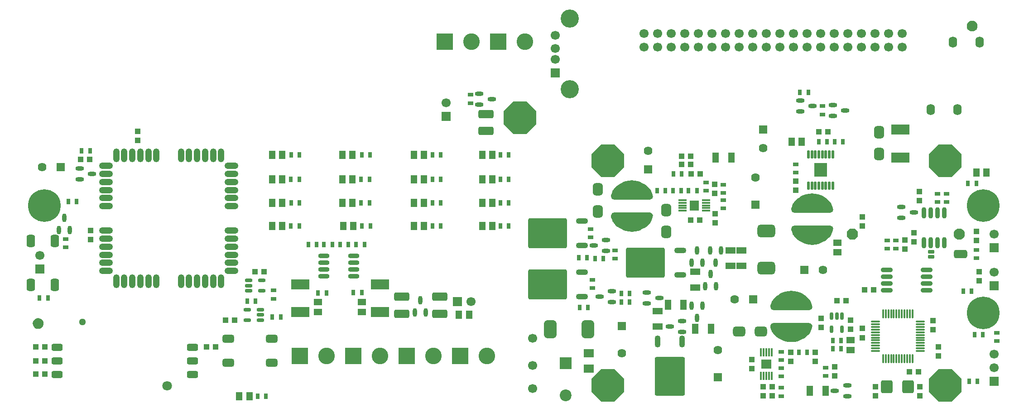
<source format=gts>
G04*
G04 #@! TF.GenerationSoftware,Altium Limited,Altium Designer,18.1.7 (191)*
G04*
G04 Layer_Color=8388736*
%FSLAX24Y24*%
%MOIN*%
G70*
G01*
G75*
G04:AMPARAMS|DCode=54|XSize=90.7mil|YSize=63.1mil|CornerRadius=17.8mil|HoleSize=0mil|Usage=FLASHONLY|Rotation=90.000|XOffset=0mil|YOffset=0mil|HoleType=Round|Shape=RoundedRectangle|*
%AMROUNDEDRECTD54*
21,1,0.0907,0.0276,0,0,90.0*
21,1,0.0551,0.0631,0,0,90.0*
1,1,0.0356,0.0138,0.0276*
1,1,0.0356,0.0138,-0.0276*
1,1,0.0356,-0.0138,-0.0276*
1,1,0.0356,-0.0138,0.0276*
%
%ADD54ROUNDEDRECTD54*%
%ADD55R,0.0394X0.0315*%
%ADD56O,0.0630X0.0320*%
%ADD57R,0.0453X0.0591*%
%ADD58R,0.0315X0.0394*%
%ADD59O,0.0839X0.0335*%
%ADD60R,0.0394X0.0433*%
%ADD61R,0.0433X0.0433*%
%ADD62R,0.0453X0.0728*%
%ADD63R,0.1378X0.0748*%
G04:AMPARAMS|DCode=64|XSize=90.6mil|YSize=72.8mil|CornerRadius=19.2mil|HoleSize=0mil|Usage=FLASHONLY|Rotation=270.000|XOffset=0mil|YOffset=0mil|HoleType=Round|Shape=RoundedRectangle|*
%AMROUNDEDRECTD64*
21,1,0.0906,0.0344,0,0,270.0*
21,1,0.0522,0.0728,0,0,270.0*
1,1,0.0384,-0.0172,-0.0261*
1,1,0.0384,-0.0172,0.0261*
1,1,0.0384,0.0172,0.0261*
1,1,0.0384,0.0172,-0.0261*
%
%ADD64ROUNDEDRECTD64*%
%ADD65R,0.0433X0.0394*%
%ADD66O,0.0320X0.0630*%
G04:AMPARAMS|DCode=67|XSize=114.2mil|YSize=63mil|CornerRadius=16.7mil|HoleSize=0mil|Usage=FLASHONLY|Rotation=0.000|XOffset=0mil|YOffset=0mil|HoleType=Round|Shape=RoundedRectangle|*
%AMROUNDEDRECTD67*
21,1,0.1142,0.0295,0,0,0.0*
21,1,0.0807,0.0630,0,0,0.0*
1,1,0.0335,0.0404,-0.0148*
1,1,0.0335,-0.0404,-0.0148*
1,1,0.0335,-0.0404,0.0148*
1,1,0.0335,0.0404,0.0148*
%
%ADD67ROUNDEDRECTD67*%
G04:AMPARAMS|DCode=68|XSize=86.6mil|YSize=59.1mil|CornerRadius=15.7mil|HoleSize=0mil|Usage=FLASHONLY|Rotation=0.000|XOffset=0mil|YOffset=0mil|HoleType=Round|Shape=RoundedRectangle|*
%AMROUNDEDRECTD68*
21,1,0.0866,0.0276,0,0,0.0*
21,1,0.0551,0.0591,0,0,0.0*
1,1,0.0315,0.0276,-0.0138*
1,1,0.0315,-0.0276,-0.0138*
1,1,0.0315,-0.0276,0.0138*
1,1,0.0315,0.0276,0.0138*
%
%ADD68ROUNDEDRECTD68*%
%ADD69O,0.0571X0.0276*%
%ADD70O,0.1024X0.0472*%
%ADD71O,0.0472X0.1024*%
%ADD72R,0.0492X0.0610*%
%ADD73R,0.0610X0.0492*%
%ADD74R,0.0945X0.1004*%
%ADD75O,0.0217X0.0630*%
G04:AMPARAMS|DCode=76|XSize=131.9mil|YSize=94.5mil|CornerRadius=24.6mil|HoleSize=0mil|Usage=FLASHONLY|Rotation=180.000|XOffset=0mil|YOffset=0mil|HoleType=Round|Shape=RoundedRectangle|*
%AMROUNDEDRECTD76*
21,1,0.1319,0.0453,0,0,180.0*
21,1,0.0827,0.0945,0,0,180.0*
1,1,0.0492,-0.0413,0.0226*
1,1,0.0492,0.0413,0.0226*
1,1,0.0492,0.0413,-0.0226*
1,1,0.0492,-0.0413,-0.0226*
%
%ADD76ROUNDEDRECTD76*%
%ADD77O,0.0889X0.0335*%
%ADD78O,0.0276X0.0571*%
G04:AMPARAMS|DCode=79|XSize=47.2mil|YSize=27.6mil|CornerRadius=7.9mil|HoleSize=0mil|Usage=FLASHONLY|Rotation=0.000|XOffset=0mil|YOffset=0mil|HoleType=Round|Shape=RoundedRectangle|*
%AMROUNDEDRECTD79*
21,1,0.0472,0.0118,0,0,0.0*
21,1,0.0315,0.0276,0,0,0.0*
1,1,0.0157,0.0157,-0.0059*
1,1,0.0157,-0.0157,-0.0059*
1,1,0.0157,-0.0157,0.0059*
1,1,0.0157,0.0157,0.0059*
%
%ADD79ROUNDEDRECTD79*%
G04:AMPARAMS|DCode=80|XSize=98.4mil|YSize=63mil|CornerRadius=16.7mil|HoleSize=0mil|Usage=FLASHONLY|Rotation=0.000|XOffset=0mil|YOffset=0mil|HoleType=Round|Shape=RoundedRectangle|*
%AMROUNDEDRECTD80*
21,1,0.0984,0.0295,0,0,0.0*
21,1,0.0650,0.0630,0,0,0.0*
1,1,0.0335,0.0325,-0.0148*
1,1,0.0335,-0.0325,-0.0148*
1,1,0.0335,-0.0325,0.0148*
1,1,0.0335,0.0325,0.0148*
%
%ADD80ROUNDEDRECTD80*%
%ADD81O,0.0335X0.0839*%
%ADD82O,0.0669X0.0157*%
%ADD83O,0.0157X0.0669*%
G04:AMPARAMS|DCode=84|XSize=94.5mil|YSize=86.6mil|CornerRadius=14.4mil|HoleSize=0mil|Usage=FLASHONLY|Rotation=90.000|XOffset=0mil|YOffset=0mil|HoleType=Round|Shape=RoundedRectangle|*
%AMROUNDEDRECTD84*
21,1,0.0945,0.0579,0,0,90.0*
21,1,0.0657,0.0866,0,0,90.0*
1,1,0.0287,0.0289,0.0329*
1,1,0.0287,0.0289,-0.0329*
1,1,0.0287,-0.0289,-0.0329*
1,1,0.0287,-0.0289,0.0329*
%
%ADD84ROUNDEDRECTD84*%
%ADD85R,0.0591X0.0453*%
%ADD86O,0.0886X0.0433*%
G04:AMPARAMS|DCode=87|XSize=283.5mil|YSize=222.4mil|CornerRadius=12.9mil|HoleSize=0mil|Usage=FLASHONLY|Rotation=180.000|XOffset=0mil|YOffset=0mil|HoleType=Round|Shape=RoundedRectangle|*
%AMROUNDEDRECTD87*
21,1,0.2835,0.1967,0,0,180.0*
21,1,0.2577,0.2224,0,0,180.0*
1,1,0.0258,-0.1288,0.0983*
1,1,0.0258,0.1288,0.0983*
1,1,0.0258,0.1288,-0.0983*
1,1,0.0258,-0.1288,-0.0983*
%
%ADD87ROUNDEDRECTD87*%
%ADD88O,0.0610X0.0157*%
%ADD89R,0.0650X0.0768*%
%ADD90R,0.0728X0.0453*%
G04:AMPARAMS|DCode=91|XSize=90.6mil|YSize=72.8mil|CornerRadius=19.2mil|HoleSize=0mil|Usage=FLASHONLY|Rotation=0.000|XOffset=0mil|YOffset=0mil|HoleType=Round|Shape=RoundedRectangle|*
%AMROUNDEDRECTD91*
21,1,0.0906,0.0344,0,0,0.0*
21,1,0.0522,0.0728,0,0,0.0*
1,1,0.0384,0.0261,-0.0172*
1,1,0.0384,-0.0261,-0.0172*
1,1,0.0384,-0.0261,0.0172*
1,1,0.0384,0.0261,0.0172*
%
%ADD91ROUNDEDRECTD91*%
%ADD92O,0.0157X0.0610*%
%ADD93R,0.0768X0.0650*%
%ADD94R,0.0748X0.0591*%
%ADD95O,0.0433X0.0886*%
G04:AMPARAMS|DCode=96|XSize=283.5mil|YSize=222.4mil|CornerRadius=12.9mil|HoleSize=0mil|Usage=FLASHONLY|Rotation=270.000|XOffset=0mil|YOffset=0mil|HoleType=Round|Shape=RoundedRectangle|*
%AMROUNDEDRECTD96*
21,1,0.2835,0.1967,0,0,270.0*
21,1,0.2577,0.2224,0,0,270.0*
1,1,0.0258,-0.0983,-0.1288*
1,1,0.0258,-0.0983,0.1288*
1,1,0.0258,0.0983,0.1288*
1,1,0.0258,0.0983,-0.1288*
%
%ADD96ROUNDEDRECTD96*%
G04:AMPARAMS|DCode=97|XSize=131.9mil|YSize=94.5mil|CornerRadius=24.6mil|HoleSize=0mil|Usage=FLASHONLY|Rotation=90.000|XOffset=0mil|YOffset=0mil|HoleType=Round|Shape=RoundedRectangle|*
%AMROUNDEDRECTD97*
21,1,0.1319,0.0453,0,0,90.0*
21,1,0.0827,0.0945,0,0,90.0*
1,1,0.0492,0.0226,0.0413*
1,1,0.0492,0.0226,-0.0413*
1,1,0.0492,-0.0226,-0.0413*
1,1,0.0492,-0.0226,0.0413*
%
%ADD97ROUNDEDRECTD97*%
G04:AMPARAMS|DCode=98|XSize=82.7mil|YSize=51.2mil|CornerRadius=13.8mil|HoleSize=0mil|Usage=FLASHONLY|Rotation=0.000|XOffset=0mil|YOffset=0mil|HoleType=Round|Shape=RoundedRectangle|*
%AMROUNDEDRECTD98*
21,1,0.0827,0.0236,0,0,0.0*
21,1,0.0551,0.0512,0,0,0.0*
1,1,0.0276,0.0276,-0.0118*
1,1,0.0276,-0.0276,-0.0118*
1,1,0.0276,-0.0276,0.0118*
1,1,0.0276,0.0276,0.0118*
%
%ADD98ROUNDEDRECTD98*%
%ADD99C,0.0512*%
%ADD100C,0.0669*%
%ADD101R,0.0669X0.0669*%
%ADD102C,0.1339*%
%ADD103O,0.0630X0.0827*%
%ADD104C,0.0639*%
%ADD105R,0.0639X0.0639*%
%ADD106C,0.1220*%
%ADD107R,0.1220X0.1220*%
%ADD108R,0.0639X0.0639*%
%ADD109C,0.0827*%
%ADD110P,0.0895X8X202.5*%
%ADD111R,0.0669X0.0669*%
%ADD112R,0.0866X0.0866*%
%ADD113C,0.0866*%
%ADD114C,0.0709*%
%ADD115P,0.2599X8X292.5*%
%ADD116C,0.2402*%
G36*
X78567Y47076D02*
X78663Y47037D01*
X78745Y46974D01*
X78808Y46891D01*
X78848Y46796D01*
X78862Y46693D01*
X78848Y46590D01*
X78808Y46494D01*
X78745Y46412D01*
X78663Y46349D01*
X78567Y46309D01*
X78465Y46296D01*
X78362Y46309D01*
X78266Y46349D01*
X78184Y46412D01*
X78121Y46494D01*
X78081Y46590D01*
X78067Y46693D01*
X78081Y46796D01*
X78121Y46891D01*
X78184Y46974D01*
X78266Y47037D01*
X78362Y47076D01*
X78465Y47090D01*
X78567Y47076D01*
D02*
G37*
G36*
X53650Y35316D02*
X53653Y35314D01*
X53656Y35315D01*
X53874Y35271D01*
X53877Y35269D01*
X53880Y35269D01*
X54091Y35196D01*
X54093Y35194D01*
X54096Y35194D01*
X54295Y35094D01*
X54297Y35092D01*
X54300Y35091D01*
X54484Y34965D01*
X54485Y34963D01*
X54488Y34962D01*
X54654Y34813D01*
X54655Y34811D01*
X54656Y34811D01*
X54658Y34808D01*
X54659Y34807D01*
X54661Y34806D01*
X54766Y34679D01*
X54767Y34676D01*
X54770Y34674D01*
X54854Y34532D01*
X54855Y34529D01*
X54857Y34526D01*
X54918Y34373D01*
X54918Y34372D01*
X54919Y34370D01*
X54961Y34236D01*
X54961Y34232D01*
X54963Y34228D01*
X54972Y34155D01*
X54969Y34147D01*
X54970Y34139D01*
X54952Y34068D01*
X54947Y34062D01*
X54945Y34054D01*
X54901Y33995D01*
X54894Y33990D01*
X54889Y33984D01*
X54827Y33944D01*
X54819Y33943D01*
X54812Y33938D01*
X54740Y33925D01*
X54736Y33926D01*
X54732Y33924D01*
X52126D01*
X52122Y33926D01*
X52118Y33925D01*
X52044Y33939D01*
X52037Y33943D01*
X52029Y33945D01*
X51965Y33985D01*
X51960Y33992D01*
X51953Y33996D01*
X51908Y34057D01*
X51906Y34065D01*
X51901Y34072D01*
X51882Y34145D01*
X51883Y34153D01*
X51881Y34161D01*
X51890Y34236D01*
X51892Y34240D01*
X51891Y34244D01*
X51932Y34373D01*
X51933Y34375D01*
X51933Y34377D01*
X51994Y34527D01*
X51996Y34530D01*
X51997Y34533D01*
X52080Y34673D01*
X52083Y34675D01*
X52084Y34679D01*
X52188Y34804D01*
X52189Y34804D01*
X52190Y34806D01*
X52194Y34811D01*
X52196Y34811D01*
X52196Y34813D01*
X52362Y34962D01*
X52365Y34963D01*
X52367Y34965D01*
X52551Y35091D01*
X52554Y35092D01*
X52555Y35094D01*
X52755Y35194D01*
X52758Y35194D01*
X52760Y35196D01*
X52970Y35269D01*
X52973Y35269D01*
X52976Y35271D01*
X53194Y35315D01*
X53197Y35314D01*
X53200Y35316D01*
X53422Y35331D01*
X53425Y35330D01*
X53428Y35331D01*
X53650Y35316D01*
D02*
G37*
G36*
X66918Y34351D02*
X66921Y34350D01*
X66924Y34350D01*
X67142Y34306D01*
X67145Y34304D01*
X67148Y34305D01*
X67358Y34232D01*
X67361Y34230D01*
X67364Y34230D01*
X67563Y34129D01*
X67565Y34127D01*
X67568Y34126D01*
X67752Y34001D01*
X67753Y33998D01*
X67756Y33997D01*
X67922Y33848D01*
X67922Y33847D01*
X67924Y33846D01*
X67926Y33844D01*
X67927Y33842D01*
X67928Y33841D01*
X68034Y33715D01*
X68035Y33711D01*
X68037Y33709D01*
X68122Y33568D01*
X68122Y33564D01*
X68125Y33562D01*
X68186Y33409D01*
X68186Y33407D01*
X68187Y33406D01*
X68229Y33272D01*
X68229Y33267D01*
X68231Y33264D01*
X68239Y33191D01*
X68237Y33183D01*
X68238Y33175D01*
X68219Y33104D01*
X68214Y33097D01*
X68212Y33089D01*
X68169Y33030D01*
X68162Y33026D01*
X68157Y33019D01*
X68095Y32980D01*
X68087Y32978D01*
X68080Y32974D01*
X68008Y32960D01*
X68004Y32961D01*
X68000Y32959D01*
X65394D01*
X65390Y32961D01*
X65386Y32960D01*
X65312Y32974D01*
X65305Y32979D01*
X65297Y32980D01*
X65233Y33021D01*
X65228Y33027D01*
X65221Y33032D01*
X65176Y33092D01*
X65174Y33100D01*
X65169Y33107D01*
X65150Y33180D01*
X65151Y33188D01*
X65149Y33196D01*
X65157Y33271D01*
X65160Y33275D01*
X65159Y33279D01*
X65200Y33409D01*
X65201Y33410D01*
X65201Y33412D01*
X65261Y33563D01*
X65264Y33565D01*
X65264Y33569D01*
X65348Y33708D01*
X65350Y33711D01*
X65351Y33714D01*
X65455Y33839D01*
X65457Y33840D01*
X65458Y33842D01*
X65462Y33846D01*
X65464Y33847D01*
X65464Y33848D01*
X65630Y33997D01*
X65633Y33998D01*
X65634Y34001D01*
X65818Y34126D01*
X65821Y34127D01*
X65823Y34129D01*
X66022Y34230D01*
X66025Y34230D01*
X66028Y34232D01*
X66238Y34305D01*
X66241Y34304D01*
X66244Y34306D01*
X66462Y34350D01*
X66465Y34350D01*
X66468Y34351D01*
X66690Y34366D01*
X66693Y34365D01*
X66696Y34366D01*
X66918Y34351D01*
D02*
G37*
G36*
X54728Y32964D02*
X54732Y32965D01*
X54806Y32951D01*
X54813Y32946D01*
X54821Y32945D01*
X54885Y32905D01*
X54890Y32898D01*
X54897Y32894D01*
X54942Y32833D01*
X54944Y32825D01*
X54949Y32818D01*
X54968Y32745D01*
X54967Y32737D01*
X54969Y32729D01*
X54961Y32654D01*
X54959Y32650D01*
X54959Y32646D01*
X54918Y32516D01*
X54917Y32515D01*
X54917Y32513D01*
X54857Y32362D01*
X54854Y32360D01*
X54854Y32356D01*
X54771Y32217D01*
X54768Y32215D01*
X54767Y32211D01*
X54663Y32086D01*
X54661Y32085D01*
X54661Y32084D01*
X54656Y32079D01*
X54655Y32078D01*
X54654Y32077D01*
X54488Y31928D01*
X54485Y31927D01*
X54484Y31924D01*
X54300Y31799D01*
X54297Y31798D01*
X54295Y31796D01*
X54096Y31696D01*
X54093Y31695D01*
X54091Y31693D01*
X53880Y31621D01*
X53877Y31621D01*
X53874Y31619D01*
X53656Y31575D01*
X53653Y31575D01*
X53650Y31574D01*
X53428Y31559D01*
X53425Y31560D01*
X53422Y31559D01*
X53200Y31574D01*
X53197Y31575D01*
X53194Y31575D01*
X52976Y31619D01*
X52973Y31621D01*
X52970Y31621D01*
X52760Y31693D01*
X52758Y31695D01*
X52755Y31696D01*
X52555Y31796D01*
X52554Y31798D01*
X52551Y31799D01*
X52367Y31924D01*
X52365Y31927D01*
X52362Y31928D01*
X52196Y32077D01*
X52196Y32078D01*
X52194Y32079D01*
X52192Y32081D01*
X52191Y32083D01*
X52190Y32084D01*
X52085Y32211D01*
X52084Y32214D01*
X52081Y32216D01*
X51996Y32357D01*
X51996Y32361D01*
X51993Y32364D01*
X51932Y32516D01*
X51932Y32518D01*
X51931Y32520D01*
X51889Y32654D01*
X51889Y32658D01*
X51887Y32661D01*
X51879Y32734D01*
X51881Y32742D01*
X51880Y32751D01*
X51899Y32822D01*
X51904Y32828D01*
X51906Y32836D01*
X51949Y32895D01*
X51956Y32900D01*
X51961Y32906D01*
X52023Y32945D01*
X52031Y32947D01*
X52038Y32951D01*
X52110Y32965D01*
X52114Y32964D01*
X52118Y32966D01*
X54724D01*
X54728Y32964D01*
D02*
G37*
G36*
X67996Y32000D02*
X68000Y32000D01*
X68074Y31986D01*
X68081Y31982D01*
X68089Y31980D01*
X68153Y31940D01*
X68158Y31933D01*
X68165Y31929D01*
X68210Y31868D01*
X68212Y31860D01*
X68217Y31854D01*
X68236Y31781D01*
X68235Y31772D01*
X68237Y31764D01*
X68228Y31689D01*
X68226Y31686D01*
X68227Y31681D01*
X68186Y31552D01*
X68185Y31551D01*
X68185Y31549D01*
X68125Y31398D01*
X68122Y31395D01*
X68122Y31392D01*
X68038Y31252D01*
X68035Y31250D01*
X68034Y31247D01*
X67930Y31122D01*
X67929Y31121D01*
X67928Y31119D01*
X67924Y31114D01*
X67922Y31114D01*
X67922Y31113D01*
X67756Y30963D01*
X67753Y30962D01*
X67752Y30960D01*
X67568Y30834D01*
X67565Y30834D01*
X67563Y30831D01*
X67364Y30731D01*
X67361Y30731D01*
X67358Y30729D01*
X67148Y30656D01*
X67145Y30656D01*
X67142Y30655D01*
X66924Y30610D01*
X66921Y30611D01*
X66918Y30610D01*
X66696Y30595D01*
X66693Y30596D01*
X66690Y30595D01*
X66468Y30610D01*
X66465Y30611D01*
X66462Y30610D01*
X66244Y30655D01*
X66241Y30656D01*
X66238Y30656D01*
X66028Y30729D01*
X66025Y30731D01*
X66022Y30731D01*
X65823Y30831D01*
X65821Y30834D01*
X65818Y30834D01*
X65634Y30960D01*
X65633Y30962D01*
X65630Y30963D01*
X65464Y31113D01*
X65463Y31114D01*
X65462Y31115D01*
X65460Y31117D01*
X65459Y31119D01*
X65458Y31119D01*
X65352Y31246D01*
X65351Y31249D01*
X65348Y31251D01*
X65264Y31393D01*
X65264Y31396D01*
X65261Y31399D01*
X65200Y31552D01*
X65200Y31554D01*
X65199Y31555D01*
X65157Y31689D01*
X65157Y31693D01*
X65155Y31697D01*
X65147Y31770D01*
X65149Y31778D01*
X65148Y31786D01*
X65166Y31857D01*
X65171Y31863D01*
X65173Y31871D01*
X65217Y31931D01*
X65224Y31935D01*
X65229Y31942D01*
X65291Y31981D01*
X65299Y31982D01*
X65306Y31987D01*
X65378Y32000D01*
X65382Y32000D01*
X65386Y32001D01*
X67992D01*
X67996Y32000D01*
D02*
G37*
G36*
X65383Y27186D02*
X65385Y27184D01*
X65388Y27185D01*
X65607Y27141D01*
X65609Y27139D01*
X65612Y27139D01*
X65823Y27066D01*
X65825Y27064D01*
X65828Y27064D01*
X66027Y26964D01*
X66029Y26962D01*
X66032Y26961D01*
X66216Y26835D01*
X66218Y26833D01*
X66221Y26832D01*
X66386Y26683D01*
X66387Y26681D01*
X66388Y26681D01*
X66391Y26678D01*
X66391Y26677D01*
X66393Y26676D01*
X66498Y26549D01*
X66499Y26546D01*
X66502Y26544D01*
X66586Y26402D01*
X66587Y26399D01*
X66589Y26396D01*
X66651Y26244D01*
X66651Y26242D01*
X66652Y26240D01*
X66694Y26106D01*
X66693Y26102D01*
X66695Y26098D01*
X66704Y26025D01*
X66702Y26017D01*
X66703Y26009D01*
X66684Y25938D01*
X66679Y25932D01*
X66677Y25924D01*
X66633Y25865D01*
X66626Y25860D01*
X66622Y25854D01*
X66560Y25814D01*
X66551Y25813D01*
X66545Y25809D01*
X66472Y25795D01*
X66468Y25796D01*
X66464Y25794D01*
X63859D01*
X63855Y25796D01*
X63851Y25795D01*
X63776Y25809D01*
X63769Y25813D01*
X63761Y25815D01*
X63697Y25855D01*
X63692Y25862D01*
X63685Y25866D01*
X63641Y25927D01*
X63639Y25935D01*
X63634Y25942D01*
X63614Y26015D01*
X63615Y26023D01*
X63613Y26031D01*
X63622Y26106D01*
X63624Y26110D01*
X63624Y26114D01*
X63664Y26243D01*
X63665Y26245D01*
X63665Y26247D01*
X63726Y26397D01*
X63728Y26400D01*
X63729Y26403D01*
X63812Y26543D01*
X63815Y26545D01*
X63816Y26549D01*
X63920Y26674D01*
X63921Y26674D01*
X63922Y26676D01*
X63927Y26681D01*
X63928Y26681D01*
X63929Y26683D01*
X64094Y26832D01*
X64097Y26833D01*
X64099Y26835D01*
X64283Y26961D01*
X64286Y26962D01*
X64288Y26964D01*
X64487Y27064D01*
X64490Y27064D01*
X64492Y27066D01*
X64703Y27139D01*
X64706Y27139D01*
X64708Y27141D01*
X64927Y27185D01*
X64930Y27184D01*
X64932Y27186D01*
X65155Y27201D01*
X65157Y27200D01*
X65160Y27201D01*
X65383Y27186D01*
D02*
G37*
G36*
X66460Y24834D02*
X66464Y24835D01*
X66539Y24821D01*
X66546Y24816D01*
X66554Y24815D01*
X66618Y24775D01*
X66622Y24768D01*
X66630Y24764D01*
X66674Y24703D01*
X66676Y24695D01*
X66681Y24688D01*
X66701Y24615D01*
X66699Y24607D01*
X66702Y24599D01*
X66693Y24524D01*
X66691Y24520D01*
X66691Y24516D01*
X66651Y24387D01*
X66650Y24385D01*
X66650Y24383D01*
X66589Y24232D01*
X66587Y24230D01*
X66586Y24226D01*
X66503Y24087D01*
X66500Y24085D01*
X66499Y24081D01*
X66395Y23956D01*
X66393Y23955D01*
X66393Y23954D01*
X66388Y23949D01*
X66387Y23949D01*
X66386Y23947D01*
X66221Y23798D01*
X66218Y23797D01*
X66216Y23795D01*
X66032Y23669D01*
X66029Y23668D01*
X66027Y23666D01*
X65828Y23566D01*
X65825Y23566D01*
X65823Y23564D01*
X65612Y23491D01*
X65609Y23491D01*
X65607Y23489D01*
X65388Y23445D01*
X65385Y23446D01*
X65383Y23444D01*
X65160Y23429D01*
X65157Y23430D01*
X65155Y23429D01*
X64932Y23444D01*
X64930Y23446D01*
X64927Y23445D01*
X64708Y23489D01*
X64706Y23491D01*
X64703Y23491D01*
X64492Y23564D01*
X64490Y23566D01*
X64487Y23566D01*
X64288Y23666D01*
X64286Y23668D01*
X64283Y23669D01*
X64099Y23795D01*
X64097Y23797D01*
X64094Y23798D01*
X63929Y23947D01*
X63928Y23949D01*
X63927Y23949D01*
X63924Y23952D01*
X63924Y23953D01*
X63922Y23954D01*
X63817Y24081D01*
X63816Y24084D01*
X63813Y24086D01*
X63729Y24228D01*
X63728Y24231D01*
X63726Y24234D01*
X63664Y24386D01*
X63664Y24388D01*
X63663Y24390D01*
X63621Y24524D01*
X63622Y24528D01*
X63620Y24532D01*
X63611Y24604D01*
X63613Y24612D01*
X63612Y24621D01*
X63631Y24692D01*
X63636Y24698D01*
X63638Y24706D01*
X63682Y24765D01*
X63689Y24770D01*
X63693Y24776D01*
X63755Y24815D01*
X63764Y24817D01*
X63770Y24821D01*
X63843Y24835D01*
X63847Y24834D01*
X63851Y24836D01*
X66456D01*
X66460Y24834D01*
D02*
G37*
G36*
X9827Y25187D02*
X9923Y25147D01*
X10005Y25084D01*
X10068Y25002D01*
X10108Y24906D01*
X10122Y24803D01*
X10108Y24700D01*
X10068Y24605D01*
X10005Y24522D01*
X9923Y24459D01*
X9827Y24420D01*
X9724Y24406D01*
X9622Y24420D01*
X9526Y24459D01*
X9444Y24522D01*
X9381Y24605D01*
X9341Y24700D01*
X9327Y24803D01*
X9341Y24906D01*
X9381Y25002D01*
X9444Y25084D01*
X9526Y25147D01*
X9622Y25187D01*
X9724Y25200D01*
X9827Y25187D01*
D02*
G37*
D54*
X10955Y27657D02*
D03*
X9183D02*
D03*
X10955Y30886D02*
D03*
X9183D02*
D03*
D55*
X41535Y41634D02*
D03*
Y41024D02*
D03*
X80285Y23514D02*
D03*
Y24124D02*
D03*
X27047Y26624D02*
D03*
Y27234D02*
D03*
X11762Y31024D02*
D03*
Y30414D02*
D03*
X67435Y40798D02*
D03*
Y40188D02*
D03*
X65472Y35915D02*
D03*
Y36525D02*
D03*
X72846Y30922D02*
D03*
Y30312D02*
D03*
X72217Y30922D02*
D03*
Y30312D02*
D03*
X78780Y29616D02*
D03*
Y30226D02*
D03*
X67687Y21542D02*
D03*
Y20932D02*
D03*
X75924Y33750D02*
D03*
Y34360D02*
D03*
X76579Y33750D02*
D03*
Y34360D02*
D03*
X52188Y30187D02*
D03*
Y29577D02*
D03*
X50394Y31152D02*
D03*
Y31762D02*
D03*
X50512Y27411D02*
D03*
Y28021D02*
D03*
X58888Y35194D02*
D03*
Y34584D02*
D03*
X60157Y35027D02*
D03*
Y34417D02*
D03*
Y33888D02*
D03*
Y33278D02*
D03*
X64409Y22107D02*
D03*
Y22717D02*
D03*
Y20915D02*
D03*
Y21525D02*
D03*
X64409Y19459D02*
D03*
Y20069D02*
D03*
D56*
X42190Y41713D02*
D03*
Y40913D02*
D03*
X43100Y41313D02*
D03*
X50611Y30538D02*
D03*
X51521Y30938D02*
D03*
Y30138D02*
D03*
X12771Y36201D02*
D03*
Y35401D02*
D03*
X13681Y35801D02*
D03*
X65802Y41201D02*
D03*
Y40401D02*
D03*
X66712Y40801D02*
D03*
X68198Y40867D02*
D03*
Y40067D02*
D03*
X69108Y40467D02*
D03*
X68357Y19859D02*
D03*
X69267Y19459D02*
D03*
Y20259D02*
D03*
X73262Y33366D02*
D03*
Y32566D02*
D03*
X74172Y32966D02*
D03*
X51943Y26378D02*
D03*
Y27178D02*
D03*
X51033Y26778D02*
D03*
X54528Y27087D02*
D03*
Y26287D02*
D03*
X55438Y26687D02*
D03*
X57111Y24193D02*
D03*
Y24993D02*
D03*
X56201Y24593D02*
D03*
D57*
X43150Y31988D02*
D03*
X42402D02*
D03*
X43150Y33665D02*
D03*
X42402D02*
D03*
X43150Y35406D02*
D03*
X42402D02*
D03*
X43150Y37217D02*
D03*
X42402D02*
D03*
X38130Y31988D02*
D03*
X37382D02*
D03*
X38130Y33665D02*
D03*
X37382D02*
D03*
X38130Y35406D02*
D03*
X37382D02*
D03*
X38130Y37217D02*
D03*
X37382D02*
D03*
X32854D02*
D03*
X32106D02*
D03*
X32854Y35406D02*
D03*
X32106D02*
D03*
X32854Y33665D02*
D03*
X32106D02*
D03*
X32923Y31988D02*
D03*
X32175D02*
D03*
X27687Y33665D02*
D03*
X26939D02*
D03*
X27687Y35406D02*
D03*
X26939D02*
D03*
X27687Y37217D02*
D03*
X26939D02*
D03*
X27687Y31988D02*
D03*
X26939D02*
D03*
X25276Y19449D02*
D03*
X24528D02*
D03*
X78780Y35906D02*
D03*
X79528D02*
D03*
X40689Y25433D02*
D03*
X41437D02*
D03*
D58*
X43750Y31988D02*
D03*
X44360D02*
D03*
X43750Y33665D02*
D03*
X44360D02*
D03*
X55886Y34567D02*
D03*
X55276D02*
D03*
X43750Y35413D02*
D03*
X44360D02*
D03*
X43750Y37217D02*
D03*
X44360D02*
D03*
X79242Y23976D02*
D03*
X78632D02*
D03*
X38750Y31988D02*
D03*
X39360D02*
D03*
X38750Y33665D02*
D03*
X39360D02*
D03*
X38750Y35413D02*
D03*
X39360D02*
D03*
X38750Y37217D02*
D03*
X39360D02*
D03*
X33533D02*
D03*
X34143D02*
D03*
X33494Y35413D02*
D03*
X34104D02*
D03*
X33494Y33665D02*
D03*
X34104D02*
D03*
X33563Y31988D02*
D03*
X34173D02*
D03*
X28337Y33665D02*
D03*
X28947D02*
D03*
X28327Y35413D02*
D03*
X28937D02*
D03*
X28337Y37217D02*
D03*
X28947D02*
D03*
X27569Y25295D02*
D03*
X26959D02*
D03*
X28327Y31988D02*
D03*
X28937D02*
D03*
X25876Y19449D02*
D03*
X26486D02*
D03*
X25709Y26457D02*
D03*
X25099D02*
D03*
X29616Y30617D02*
D03*
X30226D02*
D03*
X30758D02*
D03*
X31368D02*
D03*
X9823Y26673D02*
D03*
X10433D02*
D03*
X12923Y37520D02*
D03*
X13533D02*
D03*
X11939Y33780D02*
D03*
X12549D02*
D03*
X65797Y41811D02*
D03*
X66407D02*
D03*
X67785Y38189D02*
D03*
X67175D02*
D03*
X68948D02*
D03*
X68338D02*
D03*
X78159Y35118D02*
D03*
X78769D02*
D03*
X77815Y27165D02*
D03*
X78425D02*
D03*
X68199Y23560D02*
D03*
X68809D02*
D03*
X68809Y22930D02*
D03*
X68199D02*
D03*
X78238Y20535D02*
D03*
X78848D02*
D03*
X30325Y27047D02*
D03*
X30935D02*
D03*
X33533Y27087D02*
D03*
X32923D02*
D03*
X50718Y29567D02*
D03*
X51329D02*
D03*
X50108Y29646D02*
D03*
X49498D02*
D03*
X50197Y25984D02*
D03*
X49587D02*
D03*
X53258Y26998D02*
D03*
X52648D02*
D03*
X53258Y26378D02*
D03*
X52648D02*
D03*
X57087Y35827D02*
D03*
X56477D02*
D03*
X57052Y34567D02*
D03*
X56442D02*
D03*
X58199D02*
D03*
X57589D02*
D03*
X66326Y22677D02*
D03*
X65716D02*
D03*
X32559Y30617D02*
D03*
X31949D02*
D03*
X33740D02*
D03*
X33130D02*
D03*
D59*
X30748Y29280D02*
D03*
X32948D02*
D03*
X30748Y29780D02*
D03*
X32948D02*
D03*
X30748Y28280D02*
D03*
Y28780D02*
D03*
X32948D02*
D03*
Y28280D02*
D03*
D60*
X13583Y31634D02*
D03*
Y30965D02*
D03*
X75591Y24350D02*
D03*
Y25020D02*
D03*
X67362Y24508D02*
D03*
Y25177D02*
D03*
X65472Y35266D02*
D03*
Y34596D02*
D03*
X74567Y33839D02*
D03*
Y34508D02*
D03*
X78976Y27933D02*
D03*
Y28602D02*
D03*
X78780Y30915D02*
D03*
Y31585D02*
D03*
X68356Y20942D02*
D03*
Y21611D02*
D03*
X69528Y25036D02*
D03*
Y24367D02*
D03*
X73504Y30282D02*
D03*
Y30951D02*
D03*
X74173Y31476D02*
D03*
Y30807D02*
D03*
X70394Y31988D02*
D03*
Y32657D02*
D03*
Y23760D02*
D03*
Y24429D02*
D03*
X75984Y23091D02*
D03*
Y22421D02*
D03*
X71339Y20138D02*
D03*
Y19468D02*
D03*
X74606Y20138D02*
D03*
Y19468D02*
D03*
X59528Y35047D02*
D03*
Y34377D02*
D03*
X59554Y32198D02*
D03*
Y32867D02*
D03*
X66926Y22008D02*
D03*
Y22677D02*
D03*
X65115Y22008D02*
D03*
Y22677D02*
D03*
X63740Y19469D02*
D03*
Y20138D02*
D03*
X63071Y19469D02*
D03*
Y20138D02*
D03*
X62244Y21476D02*
D03*
Y22146D02*
D03*
X17047Y38957D02*
D03*
Y38287D02*
D03*
D61*
X53425Y34495D02*
D03*
Y32395D02*
D03*
X66693Y31430D02*
D03*
Y33530D02*
D03*
X65157Y24265D02*
D03*
Y26365D02*
D03*
D62*
X59596Y37028D02*
D03*
X60738D02*
D03*
X67667Y19843D02*
D03*
X66526D02*
D03*
X57224Y26181D02*
D03*
X56083D02*
D03*
X58091Y24409D02*
D03*
X59232D02*
D03*
D63*
X34892Y25640D02*
D03*
Y27687D02*
D03*
X73189Y37028D02*
D03*
Y39075D02*
D03*
X29026Y27687D02*
D03*
Y25640D02*
D03*
D64*
X71624Y37264D02*
D03*
Y38878D02*
D03*
X50900Y33061D02*
D03*
Y34675D02*
D03*
X55945Y33150D02*
D03*
Y31535D02*
D03*
D65*
X57746Y37106D02*
D03*
X57077D02*
D03*
X69193Y26489D02*
D03*
X68524D02*
D03*
X25689Y28612D02*
D03*
X26358D02*
D03*
X24193Y25059D02*
D03*
X23524D02*
D03*
X13524Y36890D02*
D03*
X12854D02*
D03*
X22106Y23071D02*
D03*
X22776D02*
D03*
X10217Y21063D02*
D03*
X9547D02*
D03*
X10217Y22047D02*
D03*
X9547D02*
D03*
X10217Y23071D02*
D03*
X9547D02*
D03*
X67185Y38898D02*
D03*
X67854D02*
D03*
X70532Y27271D02*
D03*
X71201D02*
D03*
X74508Y21260D02*
D03*
X73839D02*
D03*
X57749Y36511D02*
D03*
X57080D02*
D03*
X58435Y35827D02*
D03*
X57766D02*
D03*
X58406Y32402D02*
D03*
X57736D02*
D03*
D66*
X37461Y25605D02*
D03*
X38261D02*
D03*
X37861Y26515D02*
D03*
X11260Y31668D02*
D03*
X12060D02*
D03*
X11660Y32578D02*
D03*
X59980Y30182D02*
D03*
X59180D02*
D03*
X59580Y29272D02*
D03*
X58628Y26127D02*
D03*
X57828D02*
D03*
X58228Y25217D02*
D03*
X58819Y27535D02*
D03*
X59619D02*
D03*
X59219Y28445D02*
D03*
X57815Y29267D02*
D03*
X58615D02*
D03*
X58215Y30177D02*
D03*
D67*
X36496Y26772D02*
D03*
Y25512D02*
D03*
X39291Y26772D02*
D03*
Y25512D02*
D03*
X42677Y38967D02*
D03*
Y40226D02*
D03*
D68*
X26929Y23681D02*
D03*
Y21909D02*
D03*
X23701Y23681D02*
D03*
Y21909D02*
D03*
D69*
X26093Y25433D02*
D03*
X25108Y25059D02*
D03*
X26093D02*
D03*
X25108Y25807D02*
D03*
X26093D02*
D03*
X25207Y27595D02*
D03*
X26191Y27969D02*
D03*
X25207D02*
D03*
X26191Y27221D02*
D03*
X25207D02*
D03*
D70*
X23957Y28681D02*
D03*
X14705D02*
D03*
X23957Y35807D02*
D03*
Y36398D02*
D03*
Y35217D02*
D03*
Y34626D02*
D03*
Y34035D02*
D03*
Y33445D02*
D03*
Y29862D02*
D03*
Y31634D02*
D03*
Y31043D02*
D03*
Y30453D02*
D03*
Y29272D02*
D03*
X14705Y35217D02*
D03*
Y35807D02*
D03*
Y36398D02*
D03*
Y33445D02*
D03*
Y34035D02*
D03*
Y34626D02*
D03*
Y29272D02*
D03*
Y29862D02*
D03*
Y30453D02*
D03*
Y31043D02*
D03*
Y31634D02*
D03*
D71*
X15472Y37165D02*
D03*
X18425D02*
D03*
X21417D02*
D03*
X15472Y27913D02*
D03*
X18425D02*
D03*
X21417D02*
D03*
X16063Y37165D02*
D03*
X16654D02*
D03*
X17244D02*
D03*
X17835D02*
D03*
X20236D02*
D03*
X20827D02*
D03*
X22008D02*
D03*
X22598D02*
D03*
X23189D02*
D03*
X16063Y27913D02*
D03*
X16654D02*
D03*
X17244D02*
D03*
X17835D02*
D03*
X20236D02*
D03*
X20827D02*
D03*
X22598D02*
D03*
X22008D02*
D03*
X23189D02*
D03*
D72*
X65906Y38189D02*
D03*
X65197D02*
D03*
D73*
X68543Y30748D02*
D03*
Y30039D02*
D03*
X69528Y23566D02*
D03*
Y22858D02*
D03*
D74*
X67313Y36102D02*
D03*
D75*
X66417Y37244D02*
D03*
X66673D02*
D03*
X66929D02*
D03*
X67185D02*
D03*
X67441D02*
D03*
X67697D02*
D03*
X67953D02*
D03*
X68209D02*
D03*
Y34961D02*
D03*
X67953D02*
D03*
X67697D02*
D03*
X67441D02*
D03*
X67185D02*
D03*
X66929D02*
D03*
X66673D02*
D03*
X66417D02*
D03*
D76*
X63307Y28868D02*
D03*
Y31624D02*
D03*
D77*
X75118Y28756D02*
D03*
Y27756D02*
D03*
Y27256D02*
D03*
X72168Y28756D02*
D03*
Y27756D02*
D03*
Y27256D02*
D03*
X75118Y28256D02*
D03*
X72168D02*
D03*
D78*
X68504Y25361D02*
D03*
X68878Y24377D02*
D03*
Y25361D02*
D03*
X68130Y24377D02*
D03*
Y25361D02*
D03*
D79*
X75432Y29724D02*
D03*
Y30079D02*
D03*
D80*
X77617Y29902D02*
D03*
D81*
X74924Y30748D02*
D03*
X75424D02*
D03*
Y32948D02*
D03*
X74924D02*
D03*
X76424Y30748D02*
D03*
Y32948D02*
D03*
X75924Y30748D02*
D03*
Y32948D02*
D03*
D82*
X74646Y22776D02*
D03*
Y22972D02*
D03*
Y23169D02*
D03*
Y23366D02*
D03*
Y23563D02*
D03*
Y23760D02*
D03*
Y23957D02*
D03*
Y24154D02*
D03*
Y24350D02*
D03*
Y24547D02*
D03*
X71339D02*
D03*
Y24350D02*
D03*
Y24154D02*
D03*
Y23957D02*
D03*
Y23760D02*
D03*
Y23563D02*
D03*
Y23366D02*
D03*
Y23169D02*
D03*
Y22972D02*
D03*
Y22776D02*
D03*
X74646Y24744D02*
D03*
Y24941D02*
D03*
X71339D02*
D03*
Y24744D02*
D03*
D83*
X74075Y25512D02*
D03*
X73878D02*
D03*
X73681D02*
D03*
X73484D02*
D03*
X73287D02*
D03*
X72697D02*
D03*
X72500D02*
D03*
X72303D02*
D03*
X72106D02*
D03*
X71909D02*
D03*
X73091D02*
D03*
X72894D02*
D03*
X73287Y22205D02*
D03*
X73484D02*
D03*
X73681D02*
D03*
X73878D02*
D03*
X74075D02*
D03*
X71909D02*
D03*
X72106D02*
D03*
X72303D02*
D03*
X72500D02*
D03*
X72697D02*
D03*
X72894D02*
D03*
X73091D02*
D03*
D84*
X73740Y20157D02*
D03*
X72165D02*
D03*
D85*
X30315Y26378D02*
D03*
Y25630D02*
D03*
X33543Y26378D02*
D03*
Y25630D02*
D03*
D86*
X49764Y32346D02*
D03*
Y30551D02*
D03*
X49764Y28582D02*
D03*
Y26786D02*
D03*
X56968Y30177D02*
D03*
Y28382D02*
D03*
D87*
X47205Y31449D02*
D03*
X47205Y27684D02*
D03*
X54409Y29279D02*
D03*
D88*
X58888Y33100D02*
D03*
Y33297D02*
D03*
Y33494D02*
D03*
Y33691D02*
D03*
Y33888D02*
D03*
X57156D02*
D03*
Y33691D02*
D03*
Y33494D02*
D03*
Y33297D02*
D03*
Y33100D02*
D03*
D89*
X58022Y33494D02*
D03*
D90*
X60669Y30177D02*
D03*
Y29035D02*
D03*
X61496Y30177D02*
D03*
Y29035D02*
D03*
X58071Y28602D02*
D03*
Y27461D02*
D03*
X55315Y24587D02*
D03*
Y25728D02*
D03*
D91*
X62913Y24226D02*
D03*
X61299D02*
D03*
D92*
X62913Y20945D02*
D03*
X63110D02*
D03*
X63307D02*
D03*
X63504D02*
D03*
X63701D02*
D03*
Y22677D02*
D03*
X63504D02*
D03*
X63307D02*
D03*
X63110D02*
D03*
X62913D02*
D03*
D93*
X63307Y21811D02*
D03*
D94*
X50236Y22618D02*
D03*
Y21476D02*
D03*
D95*
X55307Y23465D02*
D03*
X57102D02*
D03*
D96*
X56205Y20906D02*
D03*
D97*
X47411Y24370D02*
D03*
X50167D02*
D03*
D98*
X21065Y22059D02*
D03*
X11115D02*
D03*
X21065Y23059D02*
D03*
Y21059D02*
D03*
X11115Y23059D02*
D03*
Y21059D02*
D03*
D99*
X9724Y24803D02*
D03*
X78465Y46693D02*
D03*
X12992Y24921D02*
D03*
D100*
X39744Y41039D02*
D03*
X47766Y46014D02*
D03*
Y45030D02*
D03*
Y44242D02*
D03*
X80079Y28583D02*
D03*
Y22535D02*
D03*
Y21535D02*
D03*
X69307Y46157D02*
D03*
Y45157D02*
D03*
X70307Y46157D02*
D03*
Y45157D02*
D03*
X71307Y46157D02*
D03*
Y45157D02*
D03*
X72307D02*
D03*
Y46157D02*
D03*
X73307Y45157D02*
D03*
Y46157D02*
D03*
X64307D02*
D03*
Y45157D02*
D03*
X65307Y46157D02*
D03*
Y45157D02*
D03*
X66307Y46157D02*
D03*
Y45157D02*
D03*
X67307D02*
D03*
Y46157D02*
D03*
X68307Y45157D02*
D03*
Y46157D02*
D03*
X59307D02*
D03*
Y45157D02*
D03*
X60307Y46157D02*
D03*
Y45157D02*
D03*
X61307Y46157D02*
D03*
Y45157D02*
D03*
X62307D02*
D03*
Y46157D02*
D03*
X63307Y45157D02*
D03*
Y46157D02*
D03*
X54307D02*
D03*
Y45157D02*
D03*
X55307Y46157D02*
D03*
Y45157D02*
D03*
X56307Y46157D02*
D03*
Y45157D02*
D03*
X57307D02*
D03*
Y46157D02*
D03*
X58307Y45157D02*
D03*
Y46157D02*
D03*
X9843Y29819D02*
D03*
X80079Y31394D02*
D03*
X41591Y26427D02*
D03*
X46102Y23701D02*
D03*
Y21701D02*
D03*
Y20020D02*
D03*
D101*
X39744Y40039D02*
D03*
X47766Y43258D02*
D03*
X80079Y27583D02*
D03*
Y20535D02*
D03*
X9843Y28819D02*
D03*
X80079Y30394D02*
D03*
D102*
X48839Y47234D02*
D03*
Y42047D02*
D03*
D103*
X77382Y40561D02*
D03*
X75413D02*
D03*
X77047Y45512D02*
D03*
X79016D02*
D03*
D104*
X54606Y37520D02*
D03*
X63071Y37717D02*
D03*
X59764Y22835D02*
D03*
X67480Y28740D02*
D03*
X10000Y36299D02*
D03*
X52677Y22598D02*
D03*
X62520Y35543D02*
D03*
X60984Y26575D02*
D03*
D105*
X54606Y36142D02*
D03*
X63071Y39094D02*
D03*
X59764Y20835D02*
D03*
X52677Y24598D02*
D03*
X62520Y33543D02*
D03*
D106*
X41614Y45561D02*
D03*
X45551D02*
D03*
X42756Y22402D02*
D03*
X38819D02*
D03*
X34882D02*
D03*
X30945D02*
D03*
D107*
X39646Y45561D02*
D03*
X43583D02*
D03*
X40787Y22402D02*
D03*
X36850D02*
D03*
X32913D02*
D03*
X28976D02*
D03*
D108*
X66102Y28740D02*
D03*
X11378Y36299D02*
D03*
X62362Y26575D02*
D03*
D109*
X77510Y31368D02*
D03*
D110*
X69636D02*
D03*
D111*
X40591Y26427D02*
D03*
D112*
X48543Y21890D02*
D03*
D113*
Y19528D02*
D03*
D114*
X19213Y20197D02*
D03*
D115*
X45167Y39931D02*
D03*
X76467Y20246D02*
D03*
Y36781D02*
D03*
X51634Y36781D02*
D03*
X51654Y20236D02*
D03*
D116*
X79278Y33468D02*
D03*
Y25594D02*
D03*
X10184Y33468D02*
D03*
M02*

</source>
